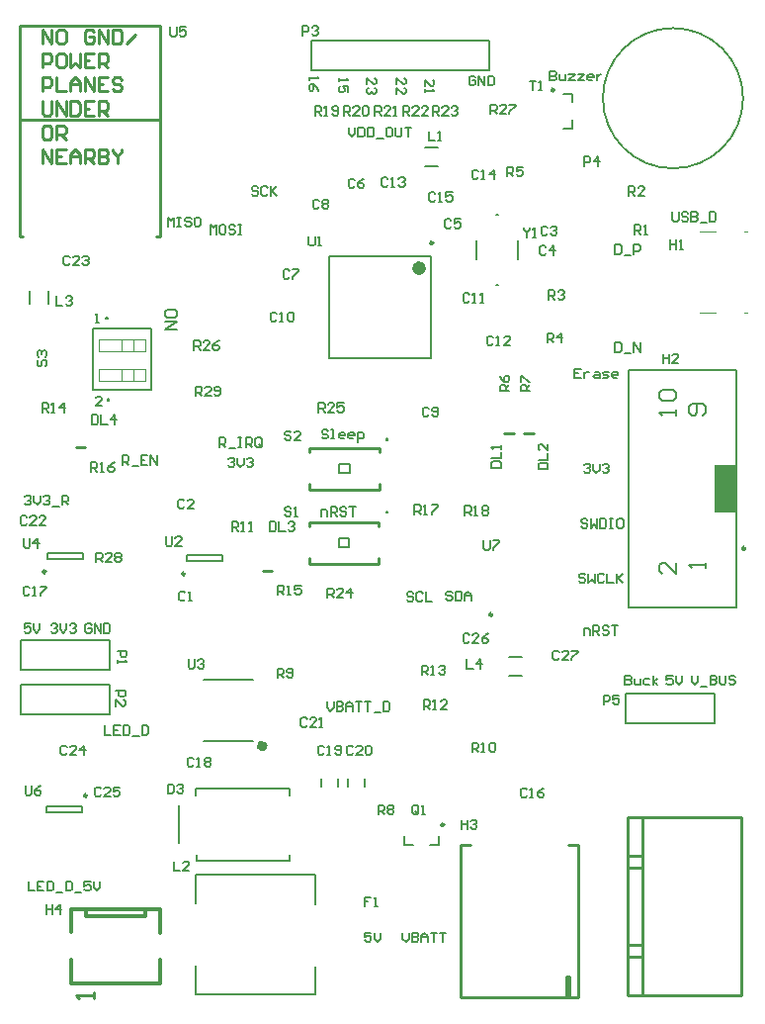
<source format=gto>
G04*
G04 #@! TF.GenerationSoftware,Altium Limited,Altium Designer,23.11.1 (41)*
G04*
G04 Layer_Color=65535*
%FSLAX25Y25*%
%MOIN*%
G70*
G04*
G04 #@! TF.SameCoordinates,5FF802D6-143A-4804-846E-93AAEE263E3C*
G04*
G04*
G04 #@! TF.FilePolarity,Positive*
G04*
G01*
G75*
%ADD10C,0.00984*%
%ADD11C,0.00787*%
%ADD12C,0.02362*%
%ADD13C,0.03150*%
%ADD14C,0.00394*%
%ADD15C,0.01000*%
%ADD16C,0.00098*%
%ADD17C,0.00098*%
%ADD18C,0.01181*%
%ADD19C,0.01200*%
%ADD20C,0.00600*%
%ADD21C,0.00591*%
%ADD22R,0.07480X0.16142*%
D10*
X249161Y155000D02*
G03*
X249161Y155000I-492J0D01*
G01*
X27177Y71724D02*
G03*
X27177Y71724I-492J0D01*
G01*
X143898Y257972D02*
G03*
X143898Y257972I-492J0D01*
G01*
X60248Y146425D02*
G03*
X60248Y146425I-492J0D01*
G01*
X13303Y147173D02*
G03*
X13303Y147173I-492J0D01*
G01*
X147579Y61937D02*
G03*
X147579Y61937I-492J0D01*
G01*
X184744Y309449D02*
G03*
X184744Y309449I-492J0D01*
G01*
X163878Y132673D02*
G03*
X163878Y132673I-492J0D01*
G01*
X167984Y193819D02*
X171134D01*
X174677Y193819D02*
X177827D01*
X86425Y147457D02*
X89575D01*
X23425Y188957D02*
X26575D01*
D11*
X248425Y306693D02*
G03*
X248425Y306693I-23622J0D01*
G01*
X209890Y135000D02*
Y215000D01*
X246110Y135000D02*
Y215000D01*
X209890Y135000D02*
X246110D01*
X209890Y215000D02*
X246110D01*
X25602Y66016D02*
Y67984D01*
X13398Y66016D02*
Y67984D01*
X25602D01*
X13398Y66016D02*
X25602D01*
X103000Y316000D02*
X163000D01*
X103000Y326000D02*
X163000D01*
X103000Y316000D02*
Y326000D01*
X163000Y316000D02*
Y326000D01*
X112228Y180425D02*
X115772D01*
X112228D02*
Y183575D01*
X115772D01*
Y180425D02*
Y183575D01*
X115630Y155425D02*
Y158575D01*
X112087D02*
X115630D01*
X112087Y155425D02*
Y158575D01*
Y155425D02*
X115630D01*
X29138Y229012D02*
X48823D01*
X29138Y208500D02*
Y229012D01*
Y208500D02*
X48823D01*
Y229012D01*
X165303Y267311D02*
X165697D01*
X165303Y243689D02*
X165697D01*
X172390Y252350D02*
Y258650D01*
X158610Y252350D02*
Y258650D01*
X143110Y219094D02*
Y253346D01*
X143110Y253346D02*
X143110Y253346D01*
X108858Y253346D02*
X143110D01*
X108858Y219094D02*
X143110D01*
X108858D02*
Y253346D01*
X5000Y114000D02*
Y124000D01*
X35000D01*
Y114000D02*
Y124000D01*
X5000Y114000D02*
X35000D01*
X209000Y96000D02*
X239000D01*
Y106000D01*
X209000D02*
X239000D01*
X209000Y96000D02*
Y106000D01*
X60740Y150756D02*
Y152724D01*
X72945Y150756D02*
Y152724D01*
X60740Y150756D02*
X72945D01*
X60740Y152724D02*
X72945D01*
X13795Y151504D02*
Y153472D01*
X26000Y151504D02*
Y153472D01*
X13795Y151504D02*
X26000D01*
X13795Y153472D02*
X26000D01*
X169488Y118504D02*
X173819D01*
X169488Y112205D02*
X173819D01*
X5000Y99000D02*
X35000D01*
Y109000D01*
X5000D02*
X35000D01*
X5000Y99000D02*
Y109000D01*
X63921Y4921D02*
X104079D01*
X63921Y45079D02*
X104079D01*
X63921Y35433D02*
Y45079D01*
Y4921D02*
Y14370D01*
X104079Y4921D02*
Y13976D01*
Y35236D02*
Y45079D01*
X106047Y74819D02*
Y77378D01*
X111953Y74622D02*
Y77378D01*
X145905Y55244D02*
Y58197D01*
X142953Y55244D02*
X145905D01*
X134095D02*
Y58197D01*
Y55244D02*
X137047D01*
X115047Y74819D02*
Y77378D01*
X120953Y74622D02*
Y77378D01*
X141335Y290150D02*
X145665D01*
X141335Y283850D02*
X145665D01*
X58323Y55701D02*
Y68299D01*
X64327Y49795D02*
X95429D01*
X64327D02*
Y51764D01*
X95429Y49795D02*
Y51764D01*
X63933Y74205D02*
X95429D01*
X63933Y71842D02*
Y74205D01*
X95429Y71842D02*
Y74205D01*
X7850Y237335D02*
Y241665D01*
X14150Y237335D02*
Y241665D01*
X190945Y296457D02*
Y299409D01*
X187992Y296457D02*
X190945D01*
Y305315D02*
Y308268D01*
X187992D02*
X190945D01*
X57396Y233532D02*
Y234844D01*
X56740Y235500D01*
X54117D01*
X53461Y234844D01*
Y233532D01*
X54117Y232876D01*
X56740D01*
X57396Y233532D01*
X53461Y231564D02*
X57396D01*
X53461Y228940D01*
X57396D01*
D12*
X140354Y249410D02*
G03*
X140354Y249410I-1181J0D01*
G01*
D13*
X86575Y88484D02*
G03*
X86575Y88484I-355J0D01*
G01*
D14*
X233961Y234303D02*
X239079D01*
X248823Y234283D02*
X249709D01*
X233961Y261842D02*
X239079D01*
X248823D02*
X249709D01*
D15*
X188748Y3819D02*
Y10709D01*
X189732D01*
Y3819D02*
Y10709D01*
X173000Y3819D02*
X192685D01*
X153315D02*
X173000D01*
X192685D02*
Y55000D01*
X189535D02*
X192685D01*
X153315D02*
X156366D01*
X153315Y3819D02*
Y55000D01*
X102189Y174913D02*
X125811D01*
X102189Y188693D02*
X125811D01*
X102189Y174913D02*
Y176685D01*
Y187315D02*
Y188693D01*
X125811Y174913D02*
Y176882D01*
Y187315D02*
Y188693D01*
X125669Y162315D02*
Y163693D01*
Y149913D02*
Y151882D01*
X102047Y162315D02*
Y163693D01*
Y149913D02*
Y151685D01*
Y163693D02*
X125669D01*
X102047Y149913D02*
X125669D01*
X209390Y47551D02*
X214409D01*
X209390Y51488D02*
X214409D01*
X209390Y21468D02*
X214409D01*
X209390Y16646D02*
Y22650D01*
Y17531D02*
X214409D01*
Y16646D02*
Y19500D01*
X209390Y4500D02*
Y64500D01*
Y4500D02*
X247972D01*
Y64500D01*
X209390D02*
X247972D01*
X214409Y4500D02*
Y64500D01*
X51744Y260236D02*
Y331102D01*
X4499D02*
X51744D01*
X4499Y260236D02*
Y331102D01*
Y299606D02*
X51744D01*
X50563Y260236D02*
X51744D01*
X4499D02*
X5681D01*
X12192Y325097D02*
Y329820D01*
X15341Y325097D01*
Y329820D01*
X19277D02*
X17702D01*
X16915Y329033D01*
Y325884D01*
X17702Y325097D01*
X19277D01*
X20064Y325884D01*
Y329033D01*
X19277Y329820D01*
X29510Y329033D02*
X28722Y329820D01*
X27148D01*
X26361Y329033D01*
Y325884D01*
X27148Y325097D01*
X28722D01*
X29510Y325884D01*
Y327459D01*
X27935D01*
X31084Y325097D02*
Y329820D01*
X34233Y325097D01*
Y329820D01*
X35807D02*
Y325097D01*
X38168D01*
X38955Y325884D01*
Y329033D01*
X38168Y329820D01*
X35807D01*
X40530Y325097D02*
X43678Y328246D01*
X12192Y317030D02*
Y321753D01*
X14554D01*
X15341Y320965D01*
Y319391D01*
X14554Y318604D01*
X12192D01*
X19277Y321753D02*
X17702D01*
X16915Y320965D01*
Y317817D01*
X17702Y317030D01*
X19277D01*
X20064Y317817D01*
Y320965D01*
X19277Y321753D01*
X21638D02*
Y317030D01*
X23212Y318604D01*
X24787Y317030D01*
Y321753D01*
X29510D02*
X26361D01*
Y317030D01*
X29510D01*
X26361Y319391D02*
X27935D01*
X31084Y317030D02*
Y321753D01*
X33445D01*
X34233Y320965D01*
Y319391D01*
X33445Y318604D01*
X31084D01*
X32658D02*
X34233Y317030D01*
X12192Y308962D02*
Y313685D01*
X14554D01*
X15341Y312898D01*
Y311324D01*
X14554Y310537D01*
X12192D01*
X16915Y313685D02*
Y308962D01*
X20064D01*
X21638D02*
Y312111D01*
X23212Y313685D01*
X24787Y312111D01*
Y308962D01*
Y311324D01*
X21638D01*
X26361Y308962D02*
Y313685D01*
X29510Y308962D01*
Y313685D01*
X34233D02*
X31084D01*
Y308962D01*
X34233D01*
X31084Y311324D02*
X32658D01*
X38955Y312898D02*
X38168Y313685D01*
X36594D01*
X35807Y312898D01*
Y312111D01*
X36594Y311324D01*
X38168D01*
X38955Y310537D01*
Y309749D01*
X38168Y308962D01*
X36594D01*
X35807Y309749D01*
X12192Y305618D02*
Y301682D01*
X12979Y300895D01*
X14554D01*
X15341Y301682D01*
Y305618D01*
X16915Y300895D02*
Y305618D01*
X20064Y300895D01*
Y305618D01*
X21638D02*
Y300895D01*
X24000D01*
X24787Y301682D01*
Y304831D01*
X24000Y305618D01*
X21638D01*
X29510D02*
X26361D01*
Y300895D01*
X29510D01*
X26361Y303256D02*
X27935D01*
X31084Y300895D02*
Y305618D01*
X33445D01*
X34233Y304831D01*
Y303256D01*
X33445Y302469D01*
X31084D01*
X32658D02*
X34233Y300895D01*
X14554Y297550D02*
X12979D01*
X12192Y296763D01*
Y293614D01*
X12979Y292827D01*
X14554D01*
X15341Y293614D01*
Y296763D01*
X14554Y297550D01*
X16915Y292827D02*
Y297550D01*
X19277D01*
X20064Y296763D01*
Y295189D01*
X19277Y294402D01*
X16915D01*
X18489D02*
X20064Y292827D01*
X12192Y284760D02*
Y289483D01*
X15341Y284760D01*
Y289483D01*
X20064D02*
X16915D01*
Y284760D01*
X20064D01*
X16915Y287121D02*
X18489D01*
X21638Y284760D02*
Y287908D01*
X23212Y289483D01*
X24787Y287908D01*
Y284760D01*
Y287121D01*
X21638D01*
X26361Y284760D02*
Y289483D01*
X28722D01*
X29510Y288696D01*
Y287121D01*
X28722Y286334D01*
X26361D01*
X27935D02*
X29510Y284760D01*
X31084Y289483D02*
Y284760D01*
X33445D01*
X34233Y285547D01*
Y286334D01*
X33445Y287121D01*
X31084D01*
X33445D01*
X34233Y287908D01*
Y288696D01*
X33445Y289483D01*
X31084D01*
X35807D02*
Y288696D01*
X37381Y287121D01*
X38955Y288696D01*
Y289483D01*
X37381Y287121D02*
Y284760D01*
X29500Y3500D02*
Y5499D01*
Y4500D01*
X23502D01*
X24502Y3500D01*
D16*
X42917Y211531D02*
Y215469D01*
X38980Y211531D02*
Y215469D01*
X31106D02*
X46854D01*
X31106Y211531D02*
Y215469D01*
Y211531D02*
X46854D01*
Y215469D01*
X42917Y221532D02*
Y225468D01*
X38980Y221532D02*
Y225468D01*
X31106D02*
X46854D01*
X31106Y221532D02*
Y225468D01*
Y221532D02*
X46854D01*
D17*
X46854D02*
Y225468D01*
D18*
X52000Y8500D02*
Y16472D01*
Y25528D02*
Y33500D01*
X22000Y8500D02*
Y16551D01*
Y25646D02*
Y33500D01*
D19*
X47000Y31000D02*
Y33500D01*
X22000D02*
X52000D01*
X22000Y8500D02*
X52000D01*
X27000Y31000D02*
Y33500D01*
Y31000D02*
X47000D01*
X49500Y33500D02*
X52000D01*
D20*
X66453Y90044D02*
X83153D01*
X66453Y110744D02*
X83153D01*
D21*
X186401Y120050D02*
X185876Y120574D01*
X184827D01*
X184302Y120050D01*
Y117950D01*
X184827Y117426D01*
X185876D01*
X186401Y117950D01*
X189550Y117426D02*
X187451D01*
X189550Y119525D01*
Y120050D01*
X189025Y120574D01*
X187975D01*
X187451Y120050D01*
X190599Y120574D02*
X192698D01*
Y120050D01*
X190599Y117950D01*
Y117426D01*
X141091Y310810D02*
Y312910D01*
X143190Y310810D01*
X143714D01*
X144239Y311335D01*
Y312385D01*
X143714Y312910D01*
X141091Y309761D02*
Y308711D01*
Y309236D01*
X144239D01*
X143714Y309761D01*
X131590Y311310D02*
Y313409D01*
X133690Y311310D01*
X134214D01*
X134739Y311835D01*
Y312885D01*
X134214Y313409D01*
X131590Y308162D02*
Y310261D01*
X133690Y308162D01*
X134214D01*
X134739Y308687D01*
Y309736D01*
X134214Y310261D01*
X121590Y311310D02*
Y313409D01*
X123690Y311310D01*
X124214D01*
X124739Y311835D01*
Y312885D01*
X124214Y313409D01*
Y310261D02*
X124739Y309736D01*
Y308687D01*
X124214Y308162D01*
X123690D01*
X123165Y308687D01*
Y309211D01*
Y308687D01*
X122640Y308162D01*
X122115D01*
X121590Y308687D01*
Y309736D01*
X122115Y310261D01*
X112091Y313409D02*
Y312360D01*
Y312885D01*
X115239D01*
X114714Y313409D01*
X115239Y308687D02*
Y310786D01*
X113665D01*
X114190Y309736D01*
Y309211D01*
X113665Y308687D01*
X112615D01*
X112091Y309211D01*
Y310261D01*
X112615Y310786D01*
X102091Y313910D02*
Y312860D01*
Y313385D01*
X105239D01*
X104714Y313910D01*
X105239Y309187D02*
X104714Y310236D01*
X103665Y311286D01*
X102615D01*
X102091Y310761D01*
Y309711D01*
X102615Y309187D01*
X103140D01*
X103665Y309711D01*
Y311286D01*
X34091Y205410D02*
X34615D01*
Y204885D01*
X34091D01*
Y205410D01*
X33590Y232909D02*
X34115D01*
Y232385D01*
X33590D01*
Y232909D01*
X128091Y167090D02*
Y167615D01*
X128615D01*
Y167090D01*
X128091D01*
Y191590D02*
Y192115D01*
X128615D01*
Y191590D01*
X128091D01*
X32190Y203091D02*
X30090D01*
X32190Y205190D01*
Y205714D01*
X31665Y206239D01*
X30615D01*
X30090Y205714D01*
Y231090D02*
X31140D01*
X30615D01*
Y234239D01*
X30090Y233714D01*
X208591Y112239D02*
Y109090D01*
X210165D01*
X210690Y109615D01*
Y110140D01*
X210165Y110665D01*
X208591D01*
X210165D01*
X210690Y111190D01*
Y111714D01*
X210165Y112239D01*
X208591D01*
X211739Y111190D02*
Y109615D01*
X212264Y109090D01*
X213838D01*
Y111190D01*
X216987D02*
X215412D01*
X214888Y110665D01*
Y109615D01*
X215412Y109090D01*
X216987D01*
X218036D02*
Y112239D01*
Y110140D02*
X219611Y111190D01*
X218036Y110140D02*
X219611Y109090D01*
X224690Y112239D02*
X222590D01*
Y110665D01*
X223640Y111190D01*
X224165D01*
X224690Y110665D01*
Y109615D01*
X224165Y109090D01*
X223115D01*
X222590Y109615D01*
X225739Y112239D02*
Y110140D01*
X226789Y109090D01*
X227838Y110140D01*
Y112239D01*
X231090Y112264D02*
Y110165D01*
X232140Y109115D01*
X233190Y110165D01*
Y112264D01*
X234239Y108590D02*
X236338D01*
X237388Y112264D02*
Y109115D01*
X238962D01*
X239487Y109640D01*
Y110165D01*
X238962Y110690D01*
X237388D01*
X238962D01*
X239487Y111214D01*
Y111739D01*
X238962Y112264D01*
X237388D01*
X240536D02*
Y109640D01*
X241061Y109115D01*
X242111D01*
X242635Y109640D01*
Y112264D01*
X245784Y111739D02*
X245259Y112264D01*
X244210D01*
X243685Y111739D01*
Y111214D01*
X244210Y110690D01*
X245259D01*
X245784Y110165D01*
Y109640D01*
X245259Y109115D01*
X244210D01*
X243685Y109640D01*
X8190Y129739D02*
X6090D01*
Y128165D01*
X7140Y128690D01*
X7665D01*
X8190Y128165D01*
Y127115D01*
X7665Y126591D01*
X6615D01*
X6090Y127115D01*
X9239Y129739D02*
Y127640D01*
X10289Y126591D01*
X11338Y127640D01*
Y129739D01*
X15090Y129214D02*
X15615Y129739D01*
X16665D01*
X17190Y129214D01*
Y128690D01*
X16665Y128165D01*
X16140D01*
X16665D01*
X17190Y127640D01*
Y127115D01*
X16665Y126591D01*
X15615D01*
X15090Y127115D01*
X18239Y129739D02*
Y127640D01*
X19289Y126591D01*
X20338Y127640D01*
Y129739D01*
X21388Y129214D02*
X21913Y129739D01*
X22962D01*
X23487Y129214D01*
Y128690D01*
X22962Y128165D01*
X22437D01*
X22962D01*
X23487Y127640D01*
Y127115D01*
X22962Y126591D01*
X21913D01*
X21388Y127115D01*
X28690Y129214D02*
X28165Y129739D01*
X27115D01*
X26590Y129214D01*
Y127115D01*
X27115Y126591D01*
X28165D01*
X28690Y127115D01*
Y128165D01*
X27640D01*
X29739Y126591D02*
Y129739D01*
X31838Y126591D01*
Y129739D01*
X32888D02*
Y126591D01*
X34462D01*
X34987Y127115D01*
Y129214D01*
X34462Y129739D01*
X32888D01*
X234969Y199724D02*
X235953Y200708D01*
Y202676D01*
X234969Y203660D01*
X231033D01*
X230049Y202676D01*
Y200708D01*
X231033Y199724D01*
X232017D01*
X233001Y200708D01*
Y203660D01*
X225953Y199724D02*
Y201692D01*
Y200708D01*
X220049D01*
X221033Y199724D01*
Y204644D02*
X220049Y205628D01*
Y207596D01*
X221033Y208580D01*
X224969D01*
X225953Y207596D01*
Y205628D01*
X224969Y204644D01*
X221033D01*
X235953Y148308D02*
Y150276D01*
Y149292D01*
X230049D01*
X231033Y148308D01*
X225953Y150276D02*
Y146340D01*
X222017Y150276D01*
X221033D01*
X220049Y149292D01*
Y147324D01*
X221033Y146340D01*
X158190Y313714D02*
X157665Y314239D01*
X156615D01*
X156090Y313714D01*
Y311615D01*
X156615Y311090D01*
X157665D01*
X158190Y311615D01*
Y312665D01*
X157140D01*
X159239Y311090D02*
Y314239D01*
X161338Y311090D01*
Y314239D01*
X162388D02*
Y311090D01*
X163962D01*
X164487Y311615D01*
Y313714D01*
X163962Y314239D01*
X162388D01*
X63802Y206426D02*
Y209574D01*
X65376D01*
X65901Y209050D01*
Y208000D01*
X65376Y207475D01*
X63802D01*
X64851D02*
X65901Y206426D01*
X69050D02*
X66951D01*
X69050Y208525D01*
Y209050D01*
X68525Y209574D01*
X67475D01*
X66951Y209050D01*
X70099Y206950D02*
X70624Y206426D01*
X71673D01*
X72198Y206950D01*
Y209050D01*
X71673Y209574D01*
X70624D01*
X70099Y209050D01*
Y208525D01*
X70624Y208000D01*
X72198D01*
X63302Y221926D02*
Y225074D01*
X64876D01*
X65401Y224550D01*
Y223500D01*
X64876Y222975D01*
X63302D01*
X64351D02*
X65401Y221926D01*
X68550D02*
X66451D01*
X68550Y224025D01*
Y224550D01*
X68025Y225074D01*
X66975D01*
X66451Y224550D01*
X71698Y225074D02*
X70649Y224550D01*
X69599Y223500D01*
Y222450D01*
X70124Y221926D01*
X71173D01*
X71698Y222450D01*
Y222975D01*
X71173Y223500D01*
X69599D01*
X91163Y234050D02*
X90639Y234574D01*
X89589D01*
X89064Y234050D01*
Y231950D01*
X89589Y231426D01*
X90639D01*
X91163Y231950D01*
X92213Y231426D02*
X93262D01*
X92738D01*
Y234574D01*
X92213Y234050D01*
X94837D02*
X95362Y234574D01*
X96411D01*
X96936Y234050D01*
Y231950D01*
X96411Y231426D01*
X95362D01*
X94837Y231950D01*
Y234050D01*
X122999Y25574D02*
X120900D01*
Y24000D01*
X121949Y24525D01*
X122474D01*
X122999Y24000D01*
Y22951D01*
X122474Y22426D01*
X121425D01*
X120900Y22951D01*
X124048Y25574D02*
Y23475D01*
X125098Y22426D01*
X126147Y23475D01*
Y25574D01*
X174401Y263074D02*
Y262549D01*
X175451Y261500D01*
X176500Y262549D01*
Y263074D01*
X175451Y261500D02*
Y259926D01*
X177550D02*
X178599D01*
X178074D01*
Y263074D01*
X177550Y262549D01*
X6376Y75074D02*
Y72451D01*
X6901Y71926D01*
X7950D01*
X8475Y72451D01*
Y75074D01*
X11624D02*
X10574Y74550D01*
X9525Y73500D01*
Y72451D01*
X10050Y71926D01*
X11099D01*
X11624Y72451D01*
Y72975D01*
X11099Y73500D01*
X9525D01*
X55250Y330708D02*
Y328084D01*
X55775Y327560D01*
X56824D01*
X57349Y328084D01*
Y330708D01*
X60498D02*
X58399D01*
Y329134D01*
X59448Y329659D01*
X59973D01*
X60498Y329134D01*
Y328084D01*
X59973Y327560D01*
X58924D01*
X58399Y328084D01*
X5856Y158393D02*
Y155769D01*
X6381Y155245D01*
X7431D01*
X7955Y155769D01*
Y158393D01*
X10579Y155245D02*
Y158393D01*
X9005Y156819D01*
X11104D01*
X53786Y159023D02*
Y156399D01*
X54310Y155875D01*
X55360D01*
X55885Y156399D01*
Y159023D01*
X59033Y155875D02*
X56934D01*
X59033Y157974D01*
Y158498D01*
X58508Y159023D01*
X57459D01*
X56934Y158498D01*
X39228Y183188D02*
Y186337D01*
X40802D01*
X41327Y185812D01*
Y184762D01*
X40802Y184238D01*
X39228D01*
X40277D02*
X41327Y183188D01*
X42376Y182663D02*
X44475D01*
X47624Y186337D02*
X45525D01*
Y183188D01*
X47624D01*
X45525Y184762D02*
X46574D01*
X48673Y183188D02*
Y186337D01*
X50772Y183188D01*
Y186337D01*
X150401Y140050D02*
X149876Y140574D01*
X148827D01*
X148302Y140050D01*
Y139525D01*
X148827Y139000D01*
X149876D01*
X150401Y138475D01*
Y137951D01*
X149876Y137426D01*
X148827D01*
X148302Y137951D01*
X151451Y140574D02*
Y137426D01*
X153025D01*
X153550Y137951D01*
Y140050D01*
X153025Y140574D01*
X151451D01*
X154599Y137426D02*
Y139525D01*
X155649Y140574D01*
X156698Y139525D01*
Y137426D01*
Y139000D01*
X154599D01*
X137219Y139858D02*
X136694Y140383D01*
X135644D01*
X135120Y139858D01*
Y139334D01*
X135644Y138809D01*
X136694D01*
X137219Y138284D01*
Y137759D01*
X136694Y137235D01*
X135644D01*
X135120Y137759D01*
X140367Y139858D02*
X139843Y140383D01*
X138793D01*
X138268Y139858D01*
Y137759D01*
X138793Y137235D01*
X139843D01*
X140367Y137759D01*
X141417Y140383D02*
Y137235D01*
X143516D01*
X183341Y315814D02*
Y312666D01*
X184916D01*
X185440Y313191D01*
Y313715D01*
X184916Y314240D01*
X183341D01*
X184916D01*
X185440Y314765D01*
Y315290D01*
X184916Y315814D01*
X183341D01*
X186490Y314765D02*
Y313191D01*
X187015Y312666D01*
X188589D01*
Y314765D01*
X189639D02*
X191738D01*
X189639Y312666D01*
X191738D01*
X192787Y314765D02*
X194886D01*
X192787Y312666D01*
X194886D01*
X197510D02*
X196460D01*
X195936Y313191D01*
Y314240D01*
X196460Y314765D01*
X197510D01*
X198035Y314240D01*
Y313715D01*
X195936D01*
X199084Y314765D02*
Y312666D01*
Y313715D01*
X199609Y314240D01*
X200134Y314765D01*
X200659D01*
X7430Y42837D02*
Y39688D01*
X9529D01*
X12678Y42837D02*
X10579D01*
Y39688D01*
X12678D01*
X10579Y41262D02*
X11629D01*
X13728Y42837D02*
Y39688D01*
X15302D01*
X15827Y40213D01*
Y42312D01*
X15302Y42837D01*
X13728D01*
X16876Y39163D02*
X18975D01*
X20025Y42837D02*
Y39688D01*
X21599D01*
X22124Y40213D01*
Y42312D01*
X21599Y42837D01*
X20025D01*
X23173Y39163D02*
X25272D01*
X28421Y42837D02*
X26322D01*
Y41262D01*
X27371Y41787D01*
X27896D01*
X28421Y41262D01*
Y40213D01*
X27896Y39688D01*
X26847D01*
X26322Y40213D01*
X29471Y42837D02*
Y40738D01*
X30520Y39688D01*
X31570Y40738D01*
Y42837D01*
X33153Y95337D02*
Y92188D01*
X35252D01*
X38401Y95337D02*
X36302D01*
Y92188D01*
X38401D01*
X36302Y93762D02*
X37351D01*
X39450Y95337D02*
Y92188D01*
X41025D01*
X41550Y92713D01*
Y94812D01*
X41025Y95337D01*
X39450D01*
X42599Y91663D02*
X44698D01*
X45748Y95337D02*
Y92188D01*
X47322D01*
X47847Y92713D01*
Y94812D01*
X47322Y95337D01*
X45748D01*
X71916Y189188D02*
Y192337D01*
X73490D01*
X74015Y191812D01*
Y190762D01*
X73490Y190238D01*
X71916D01*
X72965D02*
X74015Y189188D01*
X75064Y188663D02*
X77163D01*
X78213Y192337D02*
X79262D01*
X78738D01*
Y189188D01*
X78213D01*
X79262D01*
X80837D02*
Y192337D01*
X82411D01*
X82936Y191812D01*
Y190762D01*
X82411Y190238D01*
X80837D01*
X81886D02*
X82936Y189188D01*
X86084Y189713D02*
Y191812D01*
X85560Y192337D01*
X84510D01*
X83985Y191812D01*
Y189713D01*
X84510Y189188D01*
X85560D01*
X85035Y190238D02*
X86084Y189188D01*
X85560D02*
X86084Y189713D01*
X54490Y263426D02*
Y266574D01*
X55540Y265525D01*
X56589Y266574D01*
Y263426D01*
X57639Y266574D02*
X58688D01*
X58163D01*
Y263426D01*
X57639D01*
X58688D01*
X62362Y266050D02*
X61837Y266574D01*
X60787D01*
X60262Y266050D01*
Y265525D01*
X60787Y265000D01*
X61837D01*
X62362Y264475D01*
Y263950D01*
X61837Y263426D01*
X60787D01*
X60262Y263950D01*
X64985Y266574D02*
X63936D01*
X63411Y266050D01*
Y263950D01*
X63936Y263426D01*
X64985D01*
X65510Y263950D01*
Y266050D01*
X64985Y266574D01*
X68752Y260926D02*
Y264074D01*
X69802Y263025D01*
X70851Y264074D01*
Y260926D01*
X73475Y264074D02*
X72426D01*
X71901Y263549D01*
Y261451D01*
X72426Y260926D01*
X73475D01*
X74000Y261451D01*
Y263549D01*
X73475Y264074D01*
X77149Y263549D02*
X76624Y264074D01*
X75574D01*
X75050Y263549D01*
Y263025D01*
X75574Y262500D01*
X76624D01*
X77149Y261975D01*
Y261451D01*
X76624Y260926D01*
X75574D01*
X75050Y261451D01*
X78198Y264074D02*
X79248D01*
X78723D01*
Y260926D01*
X78198D01*
X79248D01*
X84901Y276550D02*
X84376Y277074D01*
X83327D01*
X82802Y276550D01*
Y276025D01*
X83327Y275500D01*
X84376D01*
X84901Y274975D01*
Y274450D01*
X84376Y273926D01*
X83327D01*
X82802Y274450D01*
X88050Y276550D02*
X87525Y277074D01*
X86475D01*
X85950Y276550D01*
Y274450D01*
X86475Y273926D01*
X87525D01*
X88050Y274450D01*
X89099Y277074D02*
Y273926D01*
Y274975D01*
X91198Y277074D01*
X89624Y275500D01*
X91198Y273926D01*
X6153Y172312D02*
X6678Y172837D01*
X7728D01*
X8252Y172312D01*
Y171787D01*
X7728Y171262D01*
X7203D01*
X7728D01*
X8252Y170738D01*
Y170213D01*
X7728Y169688D01*
X6678D01*
X6153Y170213D01*
X9302Y172837D02*
Y170738D01*
X10351Y169688D01*
X11401Y170738D01*
Y172837D01*
X12450Y172312D02*
X12975Y172837D01*
X14025D01*
X14549Y172312D01*
Y171787D01*
X14025Y171262D01*
X13500D01*
X14025D01*
X14549Y170738D01*
Y170213D01*
X14025Y169688D01*
X12975D01*
X12450Y170213D01*
X15599Y169163D02*
X17698D01*
X18748Y169688D02*
Y172837D01*
X20322D01*
X20847Y172312D01*
Y171262D01*
X20322Y170738D01*
X18748D01*
X19797D02*
X20847Y169688D01*
X108292Y103388D02*
Y101289D01*
X109342Y100239D01*
X110391Y101289D01*
Y103388D01*
X111441D02*
Y100239D01*
X113015D01*
X113540Y100764D01*
Y101289D01*
X113015Y101814D01*
X111441D01*
X113015D01*
X113540Y102338D01*
Y102863D01*
X113015Y103388D01*
X111441D01*
X114589Y100239D02*
Y102338D01*
X115639Y103388D01*
X116688Y102338D01*
Y100239D01*
Y101814D01*
X114589D01*
X117738Y103388D02*
X119837D01*
X118787D01*
Y100239D01*
X120887Y103388D02*
X122985D01*
X121936D01*
Y100239D01*
X124035Y99714D02*
X126134D01*
X127184Y103388D02*
Y100239D01*
X128758D01*
X129283Y100764D01*
Y102863D01*
X128758Y103388D01*
X127184D01*
X74802Y185049D02*
X75327Y185574D01*
X76376D01*
X76901Y185049D01*
Y184525D01*
X76376Y184000D01*
X75851D01*
X76376D01*
X76901Y183475D01*
Y182950D01*
X76376Y182426D01*
X75327D01*
X74802Y182950D01*
X77951Y185574D02*
Y183475D01*
X79000Y182426D01*
X80050Y183475D01*
Y185574D01*
X81099Y185049D02*
X81624Y185574D01*
X82673D01*
X83198Y185049D01*
Y184525D01*
X82673Y184000D01*
X82149D01*
X82673D01*
X83198Y183475D01*
Y182950D01*
X82673Y182426D01*
X81624D01*
X81099Y182950D01*
X224653Y268337D02*
Y265713D01*
X225178Y265188D01*
X226228D01*
X226752Y265713D01*
Y268337D01*
X229901Y267812D02*
X229376Y268337D01*
X228327D01*
X227802Y267812D01*
Y267287D01*
X228327Y266762D01*
X229376D01*
X229901Y266238D01*
Y265713D01*
X229376Y265188D01*
X228327D01*
X227802Y265713D01*
X230950Y268337D02*
Y265188D01*
X232525D01*
X233050Y265713D01*
Y266238D01*
X232525Y266762D01*
X230950D01*
X232525D01*
X233050Y267287D01*
Y267812D01*
X232525Y268337D01*
X230950D01*
X234099Y264663D02*
X236198D01*
X237248Y268337D02*
Y265188D01*
X238822D01*
X239347Y265713D01*
Y267812D01*
X238822Y268337D01*
X237248D01*
X133653Y25574D02*
Y23475D01*
X134703Y22426D01*
X135752Y23475D01*
Y25574D01*
X136802D02*
Y22426D01*
X138376D01*
X138901Y22951D01*
Y23475D01*
X138376Y24000D01*
X136802D01*
X138376D01*
X138901Y24525D01*
Y25049D01*
X138376Y25574D01*
X136802D01*
X139951Y22426D02*
Y24525D01*
X141000Y25574D01*
X142050Y24525D01*
Y22426D01*
Y24000D01*
X139951D01*
X143099Y25574D02*
X145198D01*
X144149D01*
Y22426D01*
X146248Y25574D02*
X148347D01*
X147297D01*
Y22426D01*
X115505Y296837D02*
Y294738D01*
X116554Y293688D01*
X117604Y294738D01*
Y296837D01*
X118653D02*
Y293688D01*
X120228D01*
X120752Y294213D01*
Y296312D01*
X120228Y296837D01*
X118653D01*
X121802D02*
Y293688D01*
X123376D01*
X123901Y294213D01*
Y296312D01*
X123376Y296837D01*
X121802D01*
X124951Y293163D02*
X127050D01*
X129673Y296837D02*
X128624D01*
X128099Y296312D01*
Y294213D01*
X128624Y293688D01*
X129673D01*
X130198Y294213D01*
Y296312D01*
X129673Y296837D01*
X131248D02*
Y294213D01*
X131772Y293688D01*
X132822D01*
X133347Y294213D01*
Y296837D01*
X134396D02*
X136495D01*
X135446D01*
Y293688D01*
X196015Y164550D02*
X195490Y165074D01*
X194440D01*
X193916Y164550D01*
Y164025D01*
X194440Y163500D01*
X195490D01*
X196015Y162975D01*
Y162451D01*
X195490Y161926D01*
X194440D01*
X193916Y162451D01*
X197064Y165074D02*
Y161926D01*
X198114Y162975D01*
X199163Y161926D01*
Y165074D01*
X200213D02*
Y161926D01*
X201787D01*
X202312Y162451D01*
Y164550D01*
X201787Y165074D01*
X200213D01*
X203361D02*
X204411D01*
X203886D01*
Y161926D01*
X203361D01*
X204411D01*
X207560Y165074D02*
X206510D01*
X205985Y164550D01*
Y162451D01*
X206510Y161926D01*
X207560D01*
X208084Y162451D01*
Y164550D01*
X207560Y165074D01*
X195252Y146049D02*
X194728Y146574D01*
X193678D01*
X193153Y146049D01*
Y145525D01*
X193678Y145000D01*
X194728D01*
X195252Y144475D01*
Y143950D01*
X194728Y143426D01*
X193678D01*
X193153Y143950D01*
X196302Y146574D02*
Y143426D01*
X197351Y144475D01*
X198401Y143426D01*
Y146574D01*
X201550Y146049D02*
X201025Y146574D01*
X199975D01*
X199451Y146049D01*
Y143950D01*
X199975Y143426D01*
X201025D01*
X201550Y143950D01*
X202599Y146574D02*
Y143426D01*
X204698D01*
X205748Y146574D02*
Y143426D01*
Y144475D01*
X207847Y146574D01*
X206272Y145000D01*
X207847Y143426D01*
X194728Y125926D02*
Y128025D01*
X196302D01*
X196827Y127500D01*
Y125926D01*
X197876D02*
Y129074D01*
X199451D01*
X199975Y128550D01*
Y127500D01*
X199451Y126975D01*
X197876D01*
X198926D02*
X199975Y125926D01*
X203124Y128550D02*
X202599Y129074D01*
X201550D01*
X201025Y128550D01*
Y128025D01*
X201550Y127500D01*
X202599D01*
X203124Y126975D01*
Y126451D01*
X202599Y125926D01*
X201550D01*
X201025Y126451D01*
X204173Y129074D02*
X206272D01*
X205223D01*
Y125926D01*
X205302Y224337D02*
Y221188D01*
X206876D01*
X207401Y221713D01*
Y223812D01*
X206876Y224337D01*
X205302D01*
X208451Y220663D02*
X210549D01*
X211599Y221188D02*
Y224337D01*
X213698Y221188D01*
Y224337D01*
X205302Y257337D02*
Y254188D01*
X206876D01*
X207401Y254713D01*
Y256812D01*
X206876Y257337D01*
X205302D01*
X208451Y253663D02*
X210549D01*
X211599Y254188D02*
Y257337D01*
X213173D01*
X213698Y256812D01*
Y255762D01*
X213173Y255238D01*
X211599D01*
X193752Y215574D02*
X191653D01*
Y212426D01*
X193752D01*
X191653Y214000D02*
X192703D01*
X194802Y214525D02*
Y212426D01*
Y213475D01*
X195327Y214000D01*
X195851Y214525D01*
X196376D01*
X198475D02*
X199525D01*
X200049Y214000D01*
Y212426D01*
X198475D01*
X197950Y212950D01*
X198475Y213475D01*
X200049D01*
X201099Y212426D02*
X202673D01*
X203198Y212950D01*
X202673Y213475D01*
X201624D01*
X201099Y214000D01*
X201624Y214525D01*
X203198D01*
X205822Y212426D02*
X204772D01*
X204248Y212950D01*
Y214000D01*
X204772Y214525D01*
X205822D01*
X206347Y214000D01*
Y213475D01*
X204248D01*
X194802Y183049D02*
X195327Y183574D01*
X196376D01*
X196901Y183049D01*
Y182525D01*
X196376Y182000D01*
X195851D01*
X196376D01*
X196901Y181475D01*
Y180950D01*
X196376Y180426D01*
X195327D01*
X194802Y180950D01*
X197950Y183574D02*
Y181475D01*
X199000Y180426D01*
X200049Y181475D01*
Y183574D01*
X201099Y183049D02*
X201624Y183574D01*
X202673D01*
X203198Y183049D01*
Y182525D01*
X202673Y182000D01*
X202149D01*
X202673D01*
X203198Y181475D01*
Y180950D01*
X202673Y180426D01*
X201624D01*
X201099Y180950D01*
X176401Y312574D02*
X178500D01*
X177451D01*
Y309426D01*
X179550D02*
X180599D01*
X180074D01*
Y312574D01*
X179550Y312050D01*
X10950Y218475D02*
X10426Y217951D01*
Y216901D01*
X10950Y216376D01*
X11475D01*
X12000Y216901D01*
Y217951D01*
X12525Y218475D01*
X13049D01*
X13574Y217951D01*
Y216901D01*
X13049Y216376D01*
X10950Y219525D02*
X10426Y220050D01*
Y221099D01*
X10950Y221624D01*
X11475D01*
X12000Y221099D01*
Y220574D01*
Y221099D01*
X12525Y221624D01*
X13049D01*
X13574Y221099D01*
Y220050D01*
X13049Y219525D01*
X95975Y194050D02*
X95451Y194574D01*
X94401D01*
X93876Y194050D01*
Y193525D01*
X94401Y193000D01*
X95451D01*
X95975Y192475D01*
Y191951D01*
X95451Y191426D01*
X94401D01*
X93876Y191951D01*
X99124Y191426D02*
X97025D01*
X99124Y193525D01*
Y194050D01*
X98599Y194574D01*
X97549D01*
X97025Y194050D01*
X108515Y194574D02*
X107990Y195099D01*
X106940D01*
X106416Y194574D01*
Y194050D01*
X106940Y193525D01*
X107990D01*
X108515Y193000D01*
Y192475D01*
X107990Y191951D01*
X106940D01*
X106416Y192475D01*
X109564Y191951D02*
X110614D01*
X110089D01*
Y195099D01*
X109564D01*
X113762Y191951D02*
X112713D01*
X112188Y192475D01*
Y193525D01*
X112713Y194050D01*
X113762D01*
X114287Y193525D01*
Y193000D01*
X112188D01*
X116911Y191951D02*
X115861D01*
X115337Y192475D01*
Y193525D01*
X115861Y194050D01*
X116911D01*
X117436Y193525D01*
Y193000D01*
X115337D01*
X118485Y190901D02*
Y194050D01*
X120060D01*
X120584Y193525D01*
Y192475D01*
X120060Y191951D01*
X118485D01*
X96000Y168550D02*
X95475Y169074D01*
X94426D01*
X93901Y168550D01*
Y168025D01*
X94426Y167500D01*
X95475D01*
X96000Y166975D01*
Y166451D01*
X95475Y165926D01*
X94426D01*
X93901Y166451D01*
X97049Y165926D02*
X98099D01*
X97574D01*
Y169074D01*
X97049Y168550D01*
X106228Y165926D02*
Y168025D01*
X107802D01*
X108327Y167500D01*
Y165926D01*
X109376D02*
Y169074D01*
X110951D01*
X111475Y168550D01*
Y167500D01*
X110951Y166975D01*
X109376D01*
X110426D02*
X111475Y165926D01*
X114624Y168550D02*
X114099Y169074D01*
X113049D01*
X112525Y168550D01*
Y168025D01*
X113049Y167500D01*
X114099D01*
X114624Y166975D01*
Y166451D01*
X114099Y165926D01*
X113049D01*
X112525Y166451D01*
X115673Y169074D02*
X117772D01*
X116723D01*
Y165926D01*
X30302Y150426D02*
Y153574D01*
X31876D01*
X32401Y153050D01*
Y152000D01*
X31876Y151475D01*
X30302D01*
X31351D02*
X32401Y150426D01*
X35550D02*
X33450D01*
X35550Y152525D01*
Y153050D01*
X35025Y153574D01*
X33975D01*
X33450Y153050D01*
X36599D02*
X37124Y153574D01*
X38173D01*
X38698Y153050D01*
Y152525D01*
X38173Y152000D01*
X38698Y151475D01*
Y150951D01*
X38173Y150426D01*
X37124D01*
X36599Y150951D01*
Y151475D01*
X37124Y152000D01*
X36599Y152525D01*
Y153050D01*
X37124Y152000D02*
X38173D01*
X163302Y301426D02*
Y304574D01*
X164876D01*
X165401Y304049D01*
Y303000D01*
X164876Y302475D01*
X163302D01*
X164351D02*
X165401Y301426D01*
X168550D02*
X166451D01*
X168550Y303525D01*
Y304049D01*
X168025Y304574D01*
X166975D01*
X166451Y304049D01*
X169599Y304574D02*
X171698D01*
Y304049D01*
X169599Y301951D01*
Y301426D01*
X105302Y200926D02*
Y204074D01*
X106876D01*
X107401Y203550D01*
Y202500D01*
X106876Y201975D01*
X105302D01*
X106351D02*
X107401Y200926D01*
X110549D02*
X108450D01*
X110549Y203025D01*
Y203550D01*
X110025Y204074D01*
X108975D01*
X108450Y203550D01*
X113698Y204074D02*
X111599D01*
Y202500D01*
X112649Y203025D01*
X113173D01*
X113698Y202500D01*
Y201450D01*
X113173Y200926D01*
X112124D01*
X111599Y201450D01*
X108302Y138426D02*
Y141574D01*
X109876D01*
X110401Y141050D01*
Y140000D01*
X109876Y139475D01*
X108302D01*
X109351D02*
X110401Y138426D01*
X113549D02*
X111451D01*
X113549Y140525D01*
Y141050D01*
X113025Y141574D01*
X111975D01*
X111451Y141050D01*
X116173Y138426D02*
Y141574D01*
X114599Y140000D01*
X116698D01*
X143802Y300926D02*
Y304074D01*
X145376D01*
X145901Y303550D01*
Y302500D01*
X145376Y301975D01*
X143802D01*
X144851D02*
X145901Y300926D01*
X149049D02*
X146950D01*
X149049Y303025D01*
Y303550D01*
X148525Y304074D01*
X147475D01*
X146950Y303550D01*
X150099D02*
X150624Y304074D01*
X151673D01*
X152198Y303550D01*
Y303025D01*
X151673Y302500D01*
X151149D01*
X151673D01*
X152198Y301975D01*
Y301450D01*
X151673Y300926D01*
X150624D01*
X150099Y301450D01*
X133802Y300926D02*
Y304074D01*
X135376D01*
X135901Y303550D01*
Y302500D01*
X135376Y301975D01*
X133802D01*
X134851D02*
X135901Y300926D01*
X139049D02*
X136951D01*
X139049Y303025D01*
Y303550D01*
X138525Y304074D01*
X137475D01*
X136951Y303550D01*
X142198Y300926D02*
X140099D01*
X142198Y303025D01*
Y303550D01*
X141673Y304074D01*
X140624D01*
X140099Y303550D01*
X124327Y300926D02*
Y304074D01*
X125901D01*
X126426Y303550D01*
Y302500D01*
X125901Y301975D01*
X124327D01*
X125376D02*
X126426Y300926D01*
X129574D02*
X127475D01*
X129574Y303025D01*
Y303550D01*
X129050Y304074D01*
X128000D01*
X127475Y303550D01*
X130624Y300926D02*
X131673D01*
X131149D01*
Y304074D01*
X130624Y303550D01*
X113802Y300926D02*
Y304074D01*
X115376D01*
X115901Y303550D01*
Y302500D01*
X115376Y301975D01*
X113802D01*
X114851D02*
X115901Y300926D01*
X119050D02*
X116951D01*
X119050Y303025D01*
Y303550D01*
X118525Y304074D01*
X117475D01*
X116951Y303550D01*
X120099D02*
X120624Y304074D01*
X121673D01*
X122198Y303550D01*
Y301450D01*
X121673Y300926D01*
X120624D01*
X120099Y301450D01*
Y303550D01*
X104064Y300926D02*
Y304074D01*
X105639D01*
X106163Y303550D01*
Y302500D01*
X105639Y301975D01*
X104064D01*
X105114D02*
X106163Y300926D01*
X107213D02*
X108262D01*
X107738D01*
Y304074D01*
X107213Y303550D01*
X109837Y301450D02*
X110361Y300926D01*
X111411D01*
X111936Y301450D01*
Y303550D01*
X111411Y304074D01*
X110361D01*
X109837Y303550D01*
Y303025D01*
X110361Y302500D01*
X111936D01*
X154671Y166150D02*
Y169299D01*
X156245D01*
X156770Y168774D01*
Y167724D01*
X156245Y167200D01*
X154671D01*
X155720D02*
X156770Y166150D01*
X157819D02*
X158869D01*
X158344D01*
Y169299D01*
X157819Y168774D01*
X160443D02*
X160968Y169299D01*
X162017D01*
X162542Y168774D01*
Y168249D01*
X162017Y167724D01*
X162542Y167200D01*
Y166675D01*
X162017Y166150D01*
X160968D01*
X160443Y166675D01*
Y167200D01*
X160968Y167724D01*
X160443Y168249D01*
Y168774D01*
X160968Y167724D02*
X162017D01*
X137671Y166544D02*
Y169692D01*
X139245D01*
X139770Y169168D01*
Y168118D01*
X139245Y167593D01*
X137671D01*
X138720D02*
X139770Y166544D01*
X140819D02*
X141869D01*
X141344D01*
Y169692D01*
X140819Y169168D01*
X143443Y169692D02*
X145542D01*
Y169168D01*
X143443Y167069D01*
Y166544D01*
X28564Y180926D02*
Y184074D01*
X30139D01*
X30663Y183549D01*
Y182500D01*
X30139Y181975D01*
X28564D01*
X29614D02*
X30663Y180926D01*
X31713D02*
X32762D01*
X32238D01*
Y184074D01*
X31713Y183549D01*
X36436Y184074D02*
X35386Y183549D01*
X34337Y182500D01*
Y181450D01*
X34861Y180926D01*
X35911D01*
X36436Y181450D01*
Y181975D01*
X35911Y182500D01*
X34337D01*
X91564Y139426D02*
Y142574D01*
X93139D01*
X93663Y142050D01*
Y141000D01*
X93139Y140475D01*
X91564D01*
X92614D02*
X93663Y139426D01*
X94713D02*
X95762D01*
X95238D01*
Y142574D01*
X94713Y142050D01*
X99436Y142574D02*
X97337D01*
Y141000D01*
X98386Y141525D01*
X98911D01*
X99436Y141000D01*
Y139951D01*
X98911Y139426D01*
X97861D01*
X97337Y139951D01*
X12064Y200926D02*
Y204074D01*
X13639D01*
X14163Y203550D01*
Y202500D01*
X13639Y201975D01*
X12064D01*
X13114D02*
X14163Y200926D01*
X15213D02*
X16262D01*
X15738D01*
Y204074D01*
X15213Y203550D01*
X19411Y200926D02*
Y204074D01*
X17837Y202500D01*
X19936D01*
X140064Y112426D02*
Y115574D01*
X141639D01*
X142163Y115050D01*
Y114000D01*
X141639Y113475D01*
X140064D01*
X141114D02*
X142163Y112426D01*
X143213D02*
X144262D01*
X143738D01*
Y115574D01*
X143213Y115050D01*
X145837D02*
X146361Y115574D01*
X147411D01*
X147936Y115050D01*
Y114525D01*
X147411Y114000D01*
X146886D01*
X147411D01*
X147936Y113475D01*
Y112951D01*
X147411Y112426D01*
X146361D01*
X145837Y112951D01*
X140726Y100819D02*
Y103968D01*
X142300D01*
X142825Y103443D01*
Y102394D01*
X142300Y101869D01*
X140726D01*
X141775D02*
X142825Y100819D01*
X143874D02*
X144924D01*
X144399D01*
Y103968D01*
X143874Y103443D01*
X148597Y100819D02*
X146498D01*
X148597Y102919D01*
Y103443D01*
X148072Y103968D01*
X147023D01*
X146498Y103443D01*
X76089Y160926D02*
Y164074D01*
X77663D01*
X78188Y163549D01*
Y162500D01*
X77663Y161975D01*
X76089D01*
X77139D02*
X78188Y160926D01*
X79238D02*
X80287D01*
X79762D01*
Y164074D01*
X79238Y163549D01*
X81862Y160926D02*
X82911D01*
X82386D01*
Y164074D01*
X81862Y163549D01*
X157064Y86426D02*
Y89574D01*
X158639D01*
X159163Y89050D01*
Y88000D01*
X158639Y87475D01*
X157064D01*
X158114D02*
X159163Y86426D01*
X160213D02*
X161262D01*
X160738D01*
Y89574D01*
X160213Y89050D01*
X162837D02*
X163361Y89574D01*
X164411D01*
X164936Y89050D01*
Y86950D01*
X164411Y86426D01*
X163361D01*
X162837Y86950D01*
Y89050D01*
X91376Y111426D02*
Y114574D01*
X92950D01*
X93475Y114049D01*
Y113000D01*
X92950Y112475D01*
X91376D01*
X92426D02*
X93475Y111426D01*
X94525Y111951D02*
X95050Y111426D01*
X96099D01*
X96624Y111951D01*
Y114049D01*
X96099Y114574D01*
X95050D01*
X94525Y114049D01*
Y113525D01*
X95050Y113000D01*
X96624D01*
X125376Y65426D02*
Y68574D01*
X126951D01*
X127475Y68050D01*
Y67000D01*
X126951Y66475D01*
X125376D01*
X126426D02*
X127475Y65426D01*
X128525Y68050D02*
X129050Y68574D01*
X130099D01*
X130624Y68050D01*
Y67525D01*
X130099Y67000D01*
X130624Y66475D01*
Y65951D01*
X130099Y65426D01*
X129050D01*
X128525Y65951D01*
Y66475D01*
X129050Y67000D01*
X128525Y67525D01*
Y68050D01*
X129050Y67000D02*
X130099D01*
X176574Y208022D02*
X173426D01*
Y209596D01*
X173951Y210121D01*
X175000D01*
X175525Y209596D01*
Y208022D01*
Y209071D02*
X176574Y210121D01*
X173426Y211170D02*
Y213269D01*
X173951D01*
X176049Y211170D01*
X176574D01*
X169574Y208022D02*
X166426D01*
Y209596D01*
X166951Y210121D01*
X168000D01*
X168525Y209596D01*
Y208022D01*
Y209071D02*
X169574Y210121D01*
X166426Y213269D02*
X166951Y212220D01*
X168000Y211171D01*
X169050D01*
X169574Y211695D01*
Y212745D01*
X169050Y213269D01*
X168525D01*
X168000Y212745D01*
Y211171D01*
X168876Y280426D02*
Y283574D01*
X170450D01*
X170975Y283050D01*
Y282000D01*
X170450Y281475D01*
X168876D01*
X169926D02*
X170975Y280426D01*
X174124Y283574D02*
X172025D01*
Y282000D01*
X173074Y282525D01*
X173599D01*
X174124Y282000D01*
Y280950D01*
X173599Y280426D01*
X172549D01*
X172025Y280950D01*
X182376Y224426D02*
Y227574D01*
X183950D01*
X184475Y227049D01*
Y226000D01*
X183950Y225475D01*
X182376D01*
X183426D02*
X184475Y224426D01*
X187099D02*
Y227574D01*
X185525Y226000D01*
X187624D01*
X182876Y238926D02*
Y242074D01*
X184450D01*
X184975Y241549D01*
Y240500D01*
X184450Y239975D01*
X182876D01*
X183926D02*
X184975Y238926D01*
X186025Y241549D02*
X186549Y242074D01*
X187599D01*
X188124Y241549D01*
Y241025D01*
X187599Y240500D01*
X187074D01*
X187599D01*
X188124Y239975D01*
Y239451D01*
X187599Y238926D01*
X186549D01*
X186025Y239451D01*
X209876Y273926D02*
Y277074D01*
X211451D01*
X211975Y276550D01*
Y275500D01*
X211451Y274975D01*
X209876D01*
X210926D02*
X211975Y273926D01*
X215124D02*
X213025D01*
X215124Y276025D01*
Y276550D01*
X214599Y277074D01*
X213549D01*
X213025Y276550D01*
X211901Y260926D02*
Y264074D01*
X213475D01*
X214000Y263549D01*
Y262500D01*
X213475Y261975D01*
X211901D01*
X212950D02*
X214000Y260926D01*
X215050D02*
X216099D01*
X215574D01*
Y264074D01*
X215050Y263549D01*
X139000Y65951D02*
Y68050D01*
X138475Y68574D01*
X137426D01*
X136901Y68050D01*
Y65951D01*
X137426Y65426D01*
X138475D01*
X137951Y66475D02*
X139000Y65426D01*
X138475D02*
X139000Y65951D01*
X140050Y65426D02*
X141099D01*
X140574D01*
Y68574D01*
X140050Y68050D01*
X201376Y102426D02*
Y105574D01*
X202951D01*
X203475Y105050D01*
Y104000D01*
X202951Y103475D01*
X201376D01*
X206624Y105574D02*
X204525D01*
Y104000D01*
X205574Y104525D01*
X206099D01*
X206624Y104000D01*
Y102951D01*
X206099Y102426D01*
X205049D01*
X204525Y102951D01*
X194876Y283926D02*
Y287074D01*
X196450D01*
X196975Y286549D01*
Y285500D01*
X196450Y284975D01*
X194876D01*
X199599Y283926D02*
Y287074D01*
X198025Y285500D01*
X200124D01*
X99876Y327926D02*
Y331074D01*
X101451D01*
X101975Y330550D01*
Y329500D01*
X101451Y328975D01*
X99876D01*
X103025Y330550D02*
X103550Y331074D01*
X104599D01*
X105124Y330550D01*
Y330025D01*
X104599Y329500D01*
X104074D01*
X104599D01*
X105124Y328975D01*
Y328450D01*
X104599Y327926D01*
X103550D01*
X103025Y328450D01*
X36926Y107124D02*
X40074D01*
Y105550D01*
X39549Y105025D01*
X38500D01*
X37975Y105550D01*
Y107124D01*
X36926Y101876D02*
Y103975D01*
X39025Y101876D01*
X39549D01*
X40074Y102401D01*
Y103451D01*
X39549Y103975D01*
X37426Y120599D02*
X40574D01*
Y119025D01*
X40049Y118500D01*
X39000D01*
X38475Y119025D01*
Y120599D01*
X37426Y117450D02*
Y116401D01*
Y116926D01*
X40574D01*
X40049Y117450D01*
X155250Y117716D02*
Y114567D01*
X157349D01*
X159973D02*
Y117716D01*
X158399Y116142D01*
X160498D01*
X16876Y240074D02*
Y236926D01*
X18975D01*
X20025Y239549D02*
X20549Y240074D01*
X21599D01*
X22124Y239549D01*
Y239025D01*
X21599Y238500D01*
X21074D01*
X21599D01*
X22124Y237975D01*
Y237451D01*
X21599Y236926D01*
X20549D01*
X20025Y237451D01*
X56376Y49574D02*
Y46426D01*
X58475D01*
X61624D02*
X59525D01*
X61624Y48525D01*
Y49049D01*
X61099Y49574D01*
X60049D01*
X59525Y49049D01*
X142401Y295574D02*
Y292426D01*
X144500D01*
X145549D02*
X146599D01*
X146074D01*
Y295574D01*
X145549Y295050D01*
X13376Y35074D02*
Y31926D01*
Y33500D01*
X15475D01*
Y35074D01*
Y31926D01*
X18099D02*
Y35074D01*
X16525Y33500D01*
X18624D01*
X153376Y63574D02*
Y60426D01*
Y62000D01*
X155475D01*
Y63574D01*
Y60426D01*
X156525Y63050D02*
X157050Y63574D01*
X158099D01*
X158624Y63050D01*
Y62525D01*
X158099Y62000D01*
X157574D01*
X158099D01*
X158624Y61475D01*
Y60950D01*
X158099Y60426D01*
X157050D01*
X156525Y60950D01*
X221376Y220574D02*
Y217426D01*
Y219000D01*
X223475D01*
Y220574D01*
Y217426D01*
X226624D02*
X224525D01*
X226624Y219525D01*
Y220050D01*
X226099Y220574D01*
X225049D01*
X224525Y220050D01*
X223901Y259074D02*
Y255926D01*
Y257500D01*
X226000D01*
Y259074D01*
Y255926D01*
X227049D02*
X228099D01*
X227574D01*
Y259074D01*
X227049Y258549D01*
X123000Y37574D02*
X120901D01*
Y36000D01*
X121950D01*
X120901D01*
Y34426D01*
X124049D02*
X125099D01*
X124574D01*
Y37574D01*
X124049Y37049D01*
X28802Y200074D02*
Y196926D01*
X30376D01*
X30901Y197450D01*
Y199549D01*
X30376Y200074D01*
X28802D01*
X31951D02*
Y196926D01*
X34049D01*
X36673D02*
Y200074D01*
X35099Y198500D01*
X37198D01*
X88802Y164074D02*
Y160926D01*
X90376D01*
X90901Y161451D01*
Y163549D01*
X90376Y164074D01*
X88802D01*
X91951D02*
Y160926D01*
X94050D01*
X95099Y163549D02*
X95624Y164074D01*
X96673D01*
X97198Y163549D01*
Y163025D01*
X96673Y162500D01*
X96149D01*
X96673D01*
X97198Y161975D01*
Y161451D01*
X96673Y160926D01*
X95624D01*
X95099Y161451D01*
X179402Y181747D02*
X182551D01*
Y183321D01*
X182026Y183846D01*
X179927D01*
X179402Y183321D01*
Y181747D01*
Y184895D02*
X182551D01*
Y186994D01*
Y190143D02*
Y188044D01*
X180452Y190143D01*
X179927D01*
X179402Y189618D01*
Y188569D01*
X179927Y188044D01*
X163654Y182272D02*
X166803D01*
Y183846D01*
X166278Y184371D01*
X164179D01*
X163654Y183846D01*
Y182272D01*
Y185420D02*
X166803D01*
Y187519D01*
Y188569D02*
Y189618D01*
Y189093D01*
X163654D01*
X164179Y188569D01*
X54376Y75574D02*
Y72426D01*
X55950D01*
X56475Y72951D01*
Y75050D01*
X55950Y75574D01*
X54376D01*
X57525Y75050D02*
X58049Y75574D01*
X59099D01*
X59624Y75050D01*
Y74525D01*
X59099Y74000D01*
X58574D01*
X59099D01*
X59624Y73475D01*
Y72951D01*
X59099Y72426D01*
X58049D01*
X57525Y72951D01*
X156169Y125853D02*
X155644Y126377D01*
X154594D01*
X154070Y125853D01*
Y123754D01*
X154594Y123229D01*
X155644D01*
X156169Y123754D01*
X159317Y123229D02*
X157218D01*
X159317Y125328D01*
Y125853D01*
X158792Y126377D01*
X157743D01*
X157218Y125853D01*
X162466Y126377D02*
X161416Y125853D01*
X160367Y124803D01*
Y123754D01*
X160892Y123229D01*
X161941D01*
X162466Y123754D01*
Y124278D01*
X161941Y124803D01*
X160367D01*
X31901Y74050D02*
X31376Y74574D01*
X30327D01*
X29802Y74050D01*
Y71951D01*
X30327Y71426D01*
X31376D01*
X31901Y71951D01*
X35050Y71426D02*
X32950D01*
X35050Y73525D01*
Y74050D01*
X34525Y74574D01*
X33475D01*
X32950Y74050D01*
X38198Y74574D02*
X36099D01*
Y73000D01*
X37149Y73525D01*
X37673D01*
X38198Y73000D01*
Y71951D01*
X37673Y71426D01*
X36624D01*
X36099Y71951D01*
X20401Y88050D02*
X19876Y88574D01*
X18827D01*
X18302Y88050D01*
Y85950D01*
X18827Y85426D01*
X19876D01*
X20401Y85950D01*
X23550Y85426D02*
X21451D01*
X23550Y87525D01*
Y88050D01*
X23025Y88574D01*
X21975D01*
X21451Y88050D01*
X26173Y85426D02*
Y88574D01*
X24599Y87000D01*
X26698D01*
X21401Y253049D02*
X20876Y253574D01*
X19827D01*
X19302Y253049D01*
Y250951D01*
X19827Y250426D01*
X20876D01*
X21401Y250951D01*
X24550Y250426D02*
X22451D01*
X24550Y252525D01*
Y253049D01*
X24025Y253574D01*
X22975D01*
X22451Y253049D01*
X25599D02*
X26124Y253574D01*
X27173D01*
X27698Y253049D01*
Y252525D01*
X27173Y252000D01*
X26649D01*
X27173D01*
X27698Y251475D01*
Y250951D01*
X27173Y250426D01*
X26124D01*
X25599Y250951D01*
X6901Y165550D02*
X6376Y166074D01*
X5327D01*
X4802Y165550D01*
Y163451D01*
X5327Y162926D01*
X6376D01*
X6901Y163451D01*
X10050Y162926D02*
X7950D01*
X10050Y165025D01*
Y165550D01*
X9525Y166074D01*
X8475D01*
X7950Y165550D01*
X13198Y162926D02*
X11099D01*
X13198Y165025D01*
Y165550D01*
X12673Y166074D01*
X11624D01*
X11099Y165550D01*
X101426Y97549D02*
X100901Y98074D01*
X99851D01*
X99327Y97549D01*
Y95451D01*
X99851Y94926D01*
X100901D01*
X101426Y95451D01*
X104574Y94926D02*
X102475D01*
X104574Y97025D01*
Y97549D01*
X104050Y98074D01*
X103000D01*
X102475Y97549D01*
X105624Y94926D02*
X106673D01*
X106149D01*
Y98074D01*
X105624Y97549D01*
X116901Y88050D02*
X116376Y88574D01*
X115327D01*
X114802Y88050D01*
Y85950D01*
X115327Y85426D01*
X116376D01*
X116901Y85950D01*
X120050Y85426D02*
X117950D01*
X120050Y87525D01*
Y88050D01*
X119525Y88574D01*
X118475D01*
X117950Y88050D01*
X121099D02*
X121624Y88574D01*
X122673D01*
X123198Y88050D01*
Y85950D01*
X122673Y85426D01*
X121624D01*
X121099Y85950D01*
Y88050D01*
X107163D02*
X106639Y88574D01*
X105589D01*
X105064Y88050D01*
Y85950D01*
X105589Y85426D01*
X106639D01*
X107163Y85950D01*
X108213Y85426D02*
X109262D01*
X108738D01*
Y88574D01*
X108213Y88050D01*
X110837Y85950D02*
X111361Y85426D01*
X112411D01*
X112936Y85950D01*
Y88050D01*
X112411Y88574D01*
X111361D01*
X110837Y88050D01*
Y87525D01*
X111361Y87000D01*
X112936D01*
X63163Y84049D02*
X62639Y84574D01*
X61589D01*
X61064Y84049D01*
Y81950D01*
X61589Y81426D01*
X62639D01*
X63163Y81950D01*
X64213Y81426D02*
X65262D01*
X64738D01*
Y84574D01*
X64213Y84049D01*
X66837D02*
X67361Y84574D01*
X68411D01*
X68936Y84049D01*
Y83525D01*
X68411Y83000D01*
X68936Y82475D01*
Y81950D01*
X68411Y81426D01*
X67361D01*
X66837Y81950D01*
Y82475D01*
X67361Y83000D01*
X66837Y83525D01*
Y84049D01*
X67361Y83000D02*
X68411D01*
X7825Y141727D02*
X7300Y142252D01*
X6250D01*
X5726Y141727D01*
Y139628D01*
X6250Y139103D01*
X7300D01*
X7825Y139628D01*
X8874Y139103D02*
X9924D01*
X9399D01*
Y142252D01*
X8874Y141727D01*
X11498Y142252D02*
X13597D01*
Y141727D01*
X11498Y139628D01*
Y139103D01*
X175557Y73742D02*
X175032Y74267D01*
X173983D01*
X173458Y73742D01*
Y71643D01*
X173983Y71119D01*
X175032D01*
X175557Y71643D01*
X176607Y71119D02*
X177656D01*
X177131D01*
Y74267D01*
X176607Y73742D01*
X181329Y74267D02*
X180280Y73742D01*
X179230Y72693D01*
Y71643D01*
X179755Y71119D01*
X180805D01*
X181329Y71643D01*
Y72168D01*
X180805Y72693D01*
X179230D01*
X144663Y274550D02*
X144139Y275074D01*
X143089D01*
X142564Y274550D01*
Y272450D01*
X143089Y271926D01*
X144139D01*
X144663Y272450D01*
X145713Y271926D02*
X146762D01*
X146238D01*
Y275074D01*
X145713Y274550D01*
X150436Y275074D02*
X148337D01*
Y273500D01*
X149386Y274025D01*
X149911D01*
X150436Y273500D01*
Y272450D01*
X149911Y271926D01*
X148861D01*
X148337Y272450D01*
X159163Y282049D02*
X158639Y282574D01*
X157589D01*
X157064Y282049D01*
Y279950D01*
X157589Y279426D01*
X158639D01*
X159163Y279950D01*
X160213Y279426D02*
X161262D01*
X160738D01*
Y282574D01*
X160213Y282049D01*
X164411Y279426D02*
Y282574D01*
X162837Y281000D01*
X164936D01*
X128663Y279550D02*
X128139Y280074D01*
X127089D01*
X126564Y279550D01*
Y277450D01*
X127089Y276926D01*
X128139D01*
X128663Y277450D01*
X129713Y276926D02*
X130762D01*
X130238D01*
Y280074D01*
X129713Y279550D01*
X132337D02*
X132861Y280074D01*
X133911D01*
X134436Y279550D01*
Y279025D01*
X133911Y278500D01*
X133386D01*
X133911D01*
X134436Y277975D01*
Y277450D01*
X133911Y276926D01*
X132861D01*
X132337Y277450D01*
X164163Y226049D02*
X163639Y226574D01*
X162589D01*
X162064Y226049D01*
Y223951D01*
X162589Y223426D01*
X163639D01*
X164163Y223951D01*
X165213Y223426D02*
X166262D01*
X165738D01*
Y226574D01*
X165213Y226049D01*
X169936Y223426D02*
X167837D01*
X169936Y225525D01*
Y226049D01*
X169411Y226574D01*
X168361D01*
X167837Y226049D01*
X156188Y240549D02*
X155663Y241074D01*
X154614D01*
X154089Y240549D01*
Y238451D01*
X154614Y237926D01*
X155663D01*
X156188Y238451D01*
X157238Y237926D02*
X158287D01*
X157762D01*
Y241074D01*
X157238Y240549D01*
X159861Y237926D02*
X160911D01*
X160386D01*
Y241074D01*
X159861Y240549D01*
X142475Y202049D02*
X141951Y202574D01*
X140901D01*
X140376Y202049D01*
Y199951D01*
X140901Y199426D01*
X141951D01*
X142475Y199951D01*
X143525D02*
X144050Y199426D01*
X145099D01*
X145624Y199951D01*
Y202049D01*
X145099Y202574D01*
X144050D01*
X143525Y202049D01*
Y201525D01*
X144050Y201000D01*
X145624D01*
X105475Y272049D02*
X104950Y272574D01*
X103901D01*
X103376Y272049D01*
Y269951D01*
X103901Y269426D01*
X104950D01*
X105475Y269951D01*
X106525Y272049D02*
X107050Y272574D01*
X108099D01*
X108624Y272049D01*
Y271525D01*
X108099Y271000D01*
X108624Y270475D01*
Y269951D01*
X108099Y269426D01*
X107050D01*
X106525Y269951D01*
Y270475D01*
X107050Y271000D01*
X106525Y271525D01*
Y272049D01*
X107050Y271000D02*
X108099D01*
X95475Y248550D02*
X94950Y249074D01*
X93901D01*
X93376Y248550D01*
Y246450D01*
X93901Y245926D01*
X94950D01*
X95475Y246450D01*
X96525Y249074D02*
X98624D01*
Y248550D01*
X96525Y246450D01*
Y245926D01*
X117475Y279049D02*
X116951Y279574D01*
X115901D01*
X115376Y279049D01*
Y276951D01*
X115901Y276426D01*
X116951D01*
X117475Y276951D01*
X120624Y279574D02*
X119574Y279049D01*
X118525Y278000D01*
Y276951D01*
X119050Y276426D01*
X120099D01*
X120624Y276951D01*
Y277475D01*
X120099Y278000D01*
X118525D01*
X149975Y265549D02*
X149451Y266074D01*
X148401D01*
X147876Y265549D01*
Y263451D01*
X148401Y262926D01*
X149451D01*
X149975Y263451D01*
X153124Y266074D02*
X151025D01*
Y264500D01*
X152074Y265025D01*
X152599D01*
X153124Y264500D01*
Y263451D01*
X152599Y262926D01*
X151549D01*
X151025Y263451D01*
X181975Y256550D02*
X181450Y257074D01*
X180401D01*
X179876Y256550D01*
Y254450D01*
X180401Y253926D01*
X181450D01*
X181975Y254450D01*
X184599Y253926D02*
Y257074D01*
X183025Y255500D01*
X185124D01*
X182475Y263050D02*
X181950Y263574D01*
X180901D01*
X180376Y263050D01*
Y260950D01*
X180901Y260426D01*
X181950D01*
X182475Y260950D01*
X183525Y263050D02*
X184049Y263574D01*
X185099D01*
X185624Y263050D01*
Y262525D01*
X185099Y262000D01*
X184574D01*
X185099D01*
X185624Y261475D01*
Y260950D01*
X185099Y260426D01*
X184049D01*
X183525Y260950D01*
X59975Y171049D02*
X59451Y171574D01*
X58401D01*
X57876Y171049D01*
Y168950D01*
X58401Y168426D01*
X59451D01*
X59975Y168950D01*
X63124Y168426D02*
X61025D01*
X63124Y170525D01*
Y171049D01*
X62599Y171574D01*
X61550D01*
X61025Y171049D01*
X60347Y139994D02*
X59822Y140519D01*
X58772D01*
X58247Y139994D01*
Y137895D01*
X58772Y137371D01*
X59822D01*
X60347Y137895D01*
X61396Y137371D02*
X62445D01*
X61921D01*
Y140519D01*
X61396Y139994D01*
X161000Y157649D02*
Y155025D01*
X161525Y154500D01*
X162574D01*
X163099Y155025D01*
Y157649D01*
X164149D02*
X166248D01*
Y157124D01*
X164149Y155025D01*
Y154500D01*
X61417Y117716D02*
Y115092D01*
X61942Y114567D01*
X62992D01*
X63516Y115092D01*
Y117716D01*
X64566Y117191D02*
X65091Y117716D01*
X66140D01*
X66665Y117191D01*
Y116666D01*
X66140Y116141D01*
X65615D01*
X66140D01*
X66665Y115617D01*
Y115092D01*
X66140Y114567D01*
X65091D01*
X64566Y115092D01*
X102000Y260149D02*
Y257525D01*
X102525Y257000D01*
X103574D01*
X104099Y257525D01*
Y260149D01*
X105149Y257000D02*
X106198D01*
X105673D01*
Y260149D01*
X105149Y259624D01*
D22*
X242368Y175000D02*
D03*
M02*

</source>
